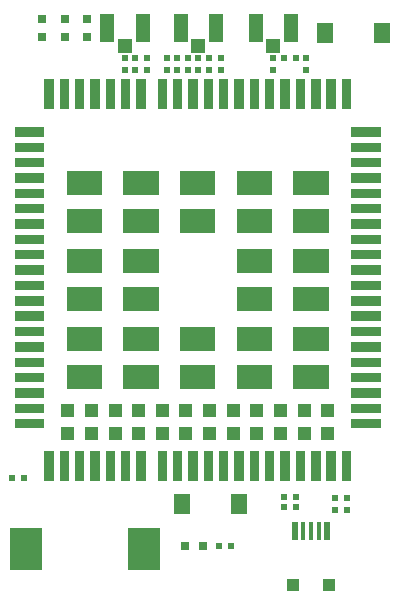
<source format=gbr>
G04 #@! TF.GenerationSoftware,KiCad,Pcbnew,5.1.5-52549c5~84~ubuntu18.04.1*
G04 #@! TF.CreationDate,2020-02-06T13:36:22+02:00*
G04 #@! TF.ProjectId,USB-gLINK_Rev_C,5553422d-674c-4494-9e4b-5f5265765f43,C*
G04 #@! TF.SameCoordinates,Original*
G04 #@! TF.FileFunction,Paste,Top*
G04 #@! TF.FilePolarity,Positive*
%FSLAX46Y46*%
G04 Gerber Fmt 4.6, Leading zero omitted, Abs format (unit mm)*
G04 Created by KiCad (PCBNEW 5.1.5-52549c5~84~ubuntu18.04.1) date 2020-02-06 13:36:22*
%MOMM*%
%LPD*%
G04 APERTURE LIST*
%ADD10R,0.550000X0.500000*%
%ADD11C,0.100000*%
%ADD12R,2.700000X3.600000*%
%ADD13R,0.800000X0.800000*%
%ADD14R,0.500000X0.550000*%
%ADD15R,1.327000X1.754000*%
%ADD16R,1.202400X2.352400*%
%ADD17R,1.202400X1.202400*%
%ADD18R,1.100000X1.000000*%
%ADD19R,0.500000X1.650000*%
%ADD20R,0.325000X1.650000*%
G04 APERTURE END LIST*
D10*
X140843000Y-55880000D03*
X140843000Y-54864000D03*
X141732000Y-54864000D03*
X141732000Y-55880000D03*
X142621000Y-54864000D03*
X142621000Y-55880000D03*
D11*
G36*
X141946500Y-67660000D02*
G01*
X144946500Y-67660000D01*
X144946500Y-69660000D01*
X141946500Y-69660000D01*
X141946500Y-67660000D01*
G37*
G36*
X141946500Y-64460000D02*
G01*
X144946500Y-64460000D01*
X144946500Y-66460000D01*
X141946500Y-66460000D01*
X141946500Y-64460000D01*
G37*
G36*
X137146500Y-64460000D02*
G01*
X140146500Y-64460000D01*
X140146500Y-66460000D01*
X137146500Y-66460000D01*
X137146500Y-64460000D01*
G37*
G36*
X151546500Y-67660000D02*
G01*
X154546500Y-67660000D01*
X154546500Y-69660000D01*
X151546500Y-69660000D01*
X151546500Y-67660000D01*
G37*
G36*
X146746500Y-67660000D02*
G01*
X149746500Y-67660000D01*
X149746500Y-69660000D01*
X146746500Y-69660000D01*
X146746500Y-67660000D01*
G37*
G36*
X151546500Y-64460000D02*
G01*
X154546500Y-64460000D01*
X154546500Y-66460000D01*
X151546500Y-66460000D01*
X151546500Y-64460000D01*
G37*
G36*
X137146500Y-67660000D02*
G01*
X140146500Y-67660000D01*
X140146500Y-69660000D01*
X137146500Y-69660000D01*
X137146500Y-67660000D01*
G37*
G36*
X146746500Y-64460000D02*
G01*
X149746500Y-64460000D01*
X149746500Y-66460000D01*
X146746500Y-66460000D01*
X146746500Y-64460000D01*
G37*
G36*
X132346500Y-64460000D02*
G01*
X135346500Y-64460000D01*
X135346500Y-66460000D01*
X132346500Y-66460000D01*
X132346500Y-64460000D01*
G37*
G36*
X132346500Y-67660000D02*
G01*
X135346500Y-67660000D01*
X135346500Y-69660000D01*
X132346500Y-69660000D01*
X132346500Y-67660000D01*
G37*
G36*
X146746500Y-74260000D02*
G01*
X149746500Y-74260000D01*
X149746500Y-76260000D01*
X146746500Y-76260000D01*
X146746500Y-74260000D01*
G37*
G36*
X146746500Y-71060000D02*
G01*
X149746500Y-71060000D01*
X149746500Y-73060000D01*
X146746500Y-73060000D01*
X146746500Y-71060000D01*
G37*
G36*
X137146500Y-71060000D02*
G01*
X140146500Y-71060000D01*
X140146500Y-73060000D01*
X137146500Y-73060000D01*
X137146500Y-71060000D01*
G37*
G36*
X151546500Y-74260000D02*
G01*
X154546500Y-74260000D01*
X154546500Y-76260000D01*
X151546500Y-76260000D01*
X151546500Y-74260000D01*
G37*
G36*
X151546500Y-71060000D02*
G01*
X154546500Y-71060000D01*
X154546500Y-73060000D01*
X151546500Y-73060000D01*
X151546500Y-71060000D01*
G37*
G36*
X137146500Y-74260000D02*
G01*
X140146500Y-74260000D01*
X140146500Y-76260000D01*
X137146500Y-76260000D01*
X137146500Y-74260000D01*
G37*
G36*
X132346500Y-71060000D02*
G01*
X135346500Y-71060000D01*
X135346500Y-73060000D01*
X132346500Y-73060000D01*
X132346500Y-71060000D01*
G37*
G36*
X132346500Y-74260000D02*
G01*
X135346500Y-74260000D01*
X135346500Y-76260000D01*
X132346500Y-76260000D01*
X132346500Y-74260000D01*
G37*
G36*
X141946500Y-77660000D02*
G01*
X144946500Y-77660000D01*
X144946500Y-79660000D01*
X141946500Y-79660000D01*
X141946500Y-77660000D01*
G37*
G36*
X146746500Y-77660000D02*
G01*
X149746500Y-77660000D01*
X149746500Y-79660000D01*
X146746500Y-79660000D01*
X146746500Y-77660000D01*
G37*
G36*
X151546500Y-77660000D02*
G01*
X154546500Y-77660000D01*
X154546500Y-79660000D01*
X151546500Y-79660000D01*
X151546500Y-77660000D01*
G37*
G36*
X137146500Y-77660000D02*
G01*
X140146500Y-77660000D01*
X140146500Y-79660000D01*
X137146500Y-79660000D01*
X137146500Y-77660000D01*
G37*
G36*
X132346500Y-77660000D02*
G01*
X135346500Y-77660000D01*
X135346500Y-79660000D01*
X132346500Y-79660000D01*
X132346500Y-77660000D01*
G37*
G36*
X151546500Y-80860000D02*
G01*
X154546500Y-80860000D01*
X154546500Y-82860000D01*
X151546500Y-82860000D01*
X151546500Y-80860000D01*
G37*
G36*
X146746500Y-80860000D02*
G01*
X149746500Y-80860000D01*
X149746500Y-82860000D01*
X146746500Y-82860000D01*
X146746500Y-80860000D01*
G37*
G36*
X141946500Y-80860000D02*
G01*
X144946500Y-80860000D01*
X144946500Y-82860000D01*
X141946500Y-82860000D01*
X141946500Y-80860000D01*
G37*
G36*
X137146500Y-80860000D02*
G01*
X140146500Y-80860000D01*
X140146500Y-82860000D01*
X137146500Y-82860000D01*
X137146500Y-80860000D01*
G37*
G36*
X132346500Y-80860000D02*
G01*
X135346500Y-80860000D01*
X135346500Y-82860000D01*
X132346500Y-82860000D01*
X132346500Y-80860000D01*
G37*
G36*
X143896500Y-84110000D02*
G01*
X144996500Y-84110000D01*
X144996500Y-85210000D01*
X143896500Y-85210000D01*
X143896500Y-84110000D01*
G37*
G36*
X149896500Y-86110000D02*
G01*
X150996500Y-86110000D01*
X150996500Y-87210000D01*
X149896500Y-87210000D01*
X149896500Y-86110000D01*
G37*
G36*
X145896500Y-84110000D02*
G01*
X146996500Y-84110000D01*
X146996500Y-85210000D01*
X145896500Y-85210000D01*
X145896500Y-84110000D01*
G37*
G36*
X151896500Y-84110000D02*
G01*
X152996500Y-84110000D01*
X152996500Y-85210000D01*
X151896500Y-85210000D01*
X151896500Y-84110000D01*
G37*
G36*
X149896500Y-84110000D02*
G01*
X150996500Y-84110000D01*
X150996500Y-85210000D01*
X149896500Y-85210000D01*
X149896500Y-84110000D01*
G37*
G36*
X143896500Y-86110000D02*
G01*
X144996500Y-86110000D01*
X144996500Y-87210000D01*
X143896500Y-87210000D01*
X143896500Y-86110000D01*
G37*
G36*
X147896500Y-84110000D02*
G01*
X148996500Y-84110000D01*
X148996500Y-85210000D01*
X147896500Y-85210000D01*
X147896500Y-84110000D01*
G37*
G36*
X147896500Y-86110000D02*
G01*
X148996500Y-86110000D01*
X148996500Y-87210000D01*
X147896500Y-87210000D01*
X147896500Y-86110000D01*
G37*
G36*
X153896500Y-84110000D02*
G01*
X154996500Y-84110000D01*
X154996500Y-85210000D01*
X153896500Y-85210000D01*
X153896500Y-84110000D01*
G37*
G36*
X153896500Y-86110000D02*
G01*
X154996500Y-86110000D01*
X154996500Y-87210000D01*
X153896500Y-87210000D01*
X153896500Y-86110000D01*
G37*
G36*
X145896500Y-86110000D02*
G01*
X146996500Y-86110000D01*
X146996500Y-87210000D01*
X145896500Y-87210000D01*
X145896500Y-86110000D01*
G37*
G36*
X151896500Y-86110000D02*
G01*
X152996500Y-86110000D01*
X152996500Y-87210000D01*
X151896500Y-87210000D01*
X151896500Y-86110000D01*
G37*
G36*
X141896500Y-84110000D02*
G01*
X142996500Y-84110000D01*
X142996500Y-85210000D01*
X141896500Y-85210000D01*
X141896500Y-84110000D01*
G37*
G36*
X141896500Y-86110000D02*
G01*
X142996500Y-86110000D01*
X142996500Y-87210000D01*
X141896500Y-87210000D01*
X141896500Y-86110000D01*
G37*
G36*
X139896500Y-86110000D02*
G01*
X140996500Y-86110000D01*
X140996500Y-87210000D01*
X139896500Y-87210000D01*
X139896500Y-86110000D01*
G37*
G36*
X139896500Y-84110000D02*
G01*
X140996500Y-84110000D01*
X140996500Y-85210000D01*
X139896500Y-85210000D01*
X139896500Y-84110000D01*
G37*
G36*
X137896500Y-84110000D02*
G01*
X138996500Y-84110000D01*
X138996500Y-85210000D01*
X137896500Y-85210000D01*
X137896500Y-84110000D01*
G37*
G36*
X137896500Y-86110000D02*
G01*
X138996500Y-86110000D01*
X138996500Y-87210000D01*
X137896500Y-87210000D01*
X137896500Y-86110000D01*
G37*
G36*
X135896500Y-84110000D02*
G01*
X136996500Y-84110000D01*
X136996500Y-85210000D01*
X135896500Y-85210000D01*
X135896500Y-84110000D01*
G37*
G36*
X135896500Y-86110000D02*
G01*
X136996500Y-86110000D01*
X136996500Y-87210000D01*
X135896500Y-87210000D01*
X135896500Y-86110000D01*
G37*
G36*
X133896500Y-84110000D02*
G01*
X134996500Y-84110000D01*
X134996500Y-85210000D01*
X133896500Y-85210000D01*
X133896500Y-84110000D01*
G37*
G36*
X133896500Y-86110000D02*
G01*
X134996500Y-86110000D01*
X134996500Y-87210000D01*
X133896500Y-87210000D01*
X133896500Y-86110000D01*
G37*
G36*
X131896500Y-84110000D02*
G01*
X132996500Y-84110000D01*
X132996500Y-85210000D01*
X131896500Y-85210000D01*
X131896500Y-84110000D01*
G37*
G36*
X131896500Y-86110000D02*
G01*
X132996500Y-86110000D01*
X132996500Y-87210000D01*
X131896500Y-87210000D01*
X131896500Y-86110000D01*
G37*
G36*
X127946500Y-70610000D02*
G01*
X127946500Y-69810000D01*
X130446500Y-69810000D01*
X130446500Y-70610000D01*
X127946500Y-70610000D01*
G37*
G36*
X127946500Y-68010000D02*
G01*
X127946500Y-67210000D01*
X130446500Y-67210000D01*
X130446500Y-68010000D01*
X127946500Y-68010000D01*
G37*
G36*
X127946500Y-81010000D02*
G01*
X127946500Y-80210000D01*
X130446500Y-80210000D01*
X130446500Y-81010000D01*
X127946500Y-81010000D01*
G37*
G36*
X127946500Y-78410000D02*
G01*
X127946500Y-77610000D01*
X130446500Y-77610000D01*
X130446500Y-78410000D01*
X127946500Y-78410000D01*
G37*
G36*
X127946500Y-71910000D02*
G01*
X127946500Y-71110000D01*
X130446500Y-71110000D01*
X130446500Y-71910000D01*
X127946500Y-71910000D01*
G37*
G36*
X127946500Y-74510000D02*
G01*
X127946500Y-73710000D01*
X130446500Y-73710000D01*
X130446500Y-74510000D01*
X127946500Y-74510000D01*
G37*
G36*
X127946500Y-75810000D02*
G01*
X127946500Y-75010000D01*
X130446500Y-75010000D01*
X130446500Y-75810000D01*
X127946500Y-75810000D01*
G37*
G36*
X127946500Y-66710000D02*
G01*
X127946500Y-65910000D01*
X130446500Y-65910000D01*
X130446500Y-66710000D01*
X127946500Y-66710000D01*
G37*
G36*
X127946500Y-77110000D02*
G01*
X127946500Y-76310000D01*
X130446500Y-76310000D01*
X130446500Y-77110000D01*
X127946500Y-77110000D01*
G37*
G36*
X127946500Y-84910000D02*
G01*
X127946500Y-84110000D01*
X130446500Y-84110000D01*
X130446500Y-84910000D01*
X127946500Y-84910000D01*
G37*
G36*
X127946500Y-69310000D02*
G01*
X127946500Y-68510000D01*
X130446500Y-68510000D01*
X130446500Y-69310000D01*
X127946500Y-69310000D01*
G37*
G36*
X127946500Y-64110000D02*
G01*
X127946500Y-63310000D01*
X130446500Y-63310000D01*
X130446500Y-64110000D01*
X127946500Y-64110000D01*
G37*
G36*
X127946500Y-83610000D02*
G01*
X127946500Y-82810000D01*
X130446500Y-82810000D01*
X130446500Y-83610000D01*
X127946500Y-83610000D01*
G37*
G36*
X127946500Y-61510000D02*
G01*
X127946500Y-60710000D01*
X130446500Y-60710000D01*
X130446500Y-61510000D01*
X127946500Y-61510000D01*
G37*
G36*
X127946500Y-82310000D02*
G01*
X127946500Y-81510000D01*
X130446500Y-81510000D01*
X130446500Y-82310000D01*
X127946500Y-82310000D01*
G37*
G36*
X127946500Y-73210000D02*
G01*
X127946500Y-72410000D01*
X130446500Y-72410000D01*
X130446500Y-73210000D01*
X127946500Y-73210000D01*
G37*
G36*
X127946500Y-86210000D02*
G01*
X127946500Y-85410000D01*
X130446500Y-85410000D01*
X130446500Y-86210000D01*
X127946500Y-86210000D01*
G37*
G36*
X127946500Y-79710000D02*
G01*
X127946500Y-78910000D01*
X130446500Y-78910000D01*
X130446500Y-79710000D01*
X127946500Y-79710000D01*
G37*
G36*
X127946500Y-62810000D02*
G01*
X127946500Y-62010000D01*
X130446500Y-62010000D01*
X130446500Y-62810000D01*
X127946500Y-62810000D01*
G37*
G36*
X127946500Y-65410000D02*
G01*
X127946500Y-64610000D01*
X130446500Y-64610000D01*
X130446500Y-65410000D01*
X127946500Y-65410000D01*
G37*
G36*
X156446500Y-68010000D02*
G01*
X156446500Y-67210000D01*
X158946500Y-67210000D01*
X158946500Y-68010000D01*
X156446500Y-68010000D01*
G37*
G36*
X156446500Y-65410000D02*
G01*
X156446500Y-64610000D01*
X158946500Y-64610000D01*
X158946500Y-65410000D01*
X156446500Y-65410000D01*
G37*
G36*
X156446500Y-61510000D02*
G01*
X156446500Y-60710000D01*
X158946500Y-60710000D01*
X158946500Y-61510000D01*
X156446500Y-61510000D01*
G37*
G36*
X156446500Y-62810000D02*
G01*
X156446500Y-62010000D01*
X158946500Y-62010000D01*
X158946500Y-62810000D01*
X156446500Y-62810000D01*
G37*
G36*
X156446500Y-64110000D02*
G01*
X156446500Y-63310000D01*
X158946500Y-63310000D01*
X158946500Y-64110000D01*
X156446500Y-64110000D01*
G37*
G36*
X156446500Y-71910000D02*
G01*
X156446500Y-71110000D01*
X158946500Y-71110000D01*
X158946500Y-71910000D01*
X156446500Y-71910000D01*
G37*
G36*
X156446500Y-70610000D02*
G01*
X156446500Y-69810000D01*
X158946500Y-69810000D01*
X158946500Y-70610000D01*
X156446500Y-70610000D01*
G37*
G36*
X156446500Y-69310000D02*
G01*
X156446500Y-68510000D01*
X158946500Y-68510000D01*
X158946500Y-69310000D01*
X156446500Y-69310000D01*
G37*
G36*
X156446500Y-73210000D02*
G01*
X156446500Y-72410000D01*
X158946500Y-72410000D01*
X158946500Y-73210000D01*
X156446500Y-73210000D01*
G37*
G36*
X156446500Y-66710000D02*
G01*
X156446500Y-65910000D01*
X158946500Y-65910000D01*
X158946500Y-66710000D01*
X156446500Y-66710000D01*
G37*
G36*
X156446500Y-74510000D02*
G01*
X156446500Y-73710000D01*
X158946500Y-73710000D01*
X158946500Y-74510000D01*
X156446500Y-74510000D01*
G37*
G36*
X156446500Y-75810000D02*
G01*
X156446500Y-75010000D01*
X158946500Y-75010000D01*
X158946500Y-75810000D01*
X156446500Y-75810000D01*
G37*
G36*
X156446500Y-77110000D02*
G01*
X156446500Y-76310000D01*
X158946500Y-76310000D01*
X158946500Y-77110000D01*
X156446500Y-77110000D01*
G37*
G36*
X156446500Y-78410000D02*
G01*
X156446500Y-77610000D01*
X158946500Y-77610000D01*
X158946500Y-78410000D01*
X156446500Y-78410000D01*
G37*
G36*
X156446500Y-79710000D02*
G01*
X156446500Y-78910000D01*
X158946500Y-78910000D01*
X158946500Y-79710000D01*
X156446500Y-79710000D01*
G37*
G36*
X156446500Y-81010000D02*
G01*
X156446500Y-80210000D01*
X158946500Y-80210000D01*
X158946500Y-81010000D01*
X156446500Y-81010000D01*
G37*
G36*
X156446500Y-82310000D02*
G01*
X156446500Y-81510000D01*
X158946500Y-81510000D01*
X158946500Y-82310000D01*
X156446500Y-82310000D01*
G37*
G36*
X156446500Y-83610000D02*
G01*
X156446500Y-82810000D01*
X158946500Y-82810000D01*
X158946500Y-83610000D01*
X156446500Y-83610000D01*
G37*
G36*
X156446500Y-84910000D02*
G01*
X156446500Y-84110000D01*
X158946500Y-84110000D01*
X158946500Y-84910000D01*
X156446500Y-84910000D01*
G37*
G36*
X156446500Y-86210000D02*
G01*
X156446500Y-85410000D01*
X158946500Y-85410000D01*
X158946500Y-86210000D01*
X156446500Y-86210000D01*
G37*
G36*
X135646500Y-56660000D02*
G01*
X136446500Y-56660000D01*
X136446500Y-59160000D01*
X135646500Y-59160000D01*
X135646500Y-56660000D01*
G37*
G36*
X140046500Y-56660000D02*
G01*
X140846500Y-56660000D01*
X140846500Y-59160000D01*
X140046500Y-59160000D01*
X140046500Y-56660000D01*
G37*
G36*
X141346500Y-56660000D02*
G01*
X142146500Y-56660000D01*
X142146500Y-59160000D01*
X141346500Y-59160000D01*
X141346500Y-56660000D01*
G37*
G36*
X133046500Y-56660000D02*
G01*
X133846500Y-56660000D01*
X133846500Y-59160000D01*
X133046500Y-59160000D01*
X133046500Y-56660000D01*
G37*
G36*
X150446500Y-56660000D02*
G01*
X151246500Y-56660000D01*
X151246500Y-59160000D01*
X150446500Y-59160000D01*
X150446500Y-56660000D01*
G37*
G36*
X147846500Y-56660000D02*
G01*
X148646500Y-56660000D01*
X148646500Y-59160000D01*
X147846500Y-59160000D01*
X147846500Y-56660000D01*
G37*
G36*
X142646500Y-56660000D02*
G01*
X143446500Y-56660000D01*
X143446500Y-59160000D01*
X142646500Y-59160000D01*
X142646500Y-56660000D01*
G37*
G36*
X143946500Y-56660000D02*
G01*
X144746500Y-56660000D01*
X144746500Y-59160000D01*
X143946500Y-59160000D01*
X143946500Y-56660000D01*
G37*
G36*
X136946500Y-56660000D02*
G01*
X137746500Y-56660000D01*
X137746500Y-59160000D01*
X136946500Y-59160000D01*
X136946500Y-56660000D01*
G37*
G36*
X134346500Y-56660000D02*
G01*
X135146500Y-56660000D01*
X135146500Y-59160000D01*
X134346500Y-59160000D01*
X134346500Y-56660000D01*
G37*
G36*
X154346500Y-56660000D02*
G01*
X155146500Y-56660000D01*
X155146500Y-59160000D01*
X154346500Y-59160000D01*
X154346500Y-56660000D01*
G37*
G36*
X155646500Y-56660000D02*
G01*
X156446500Y-56660000D01*
X156446500Y-59160000D01*
X155646500Y-59160000D01*
X155646500Y-56660000D01*
G37*
G36*
X130446500Y-56660000D02*
G01*
X131246500Y-56660000D01*
X131246500Y-59160000D01*
X130446500Y-59160000D01*
X130446500Y-56660000D01*
G37*
G36*
X145246500Y-56660000D02*
G01*
X146046500Y-56660000D01*
X146046500Y-59160000D01*
X145246500Y-59160000D01*
X145246500Y-56660000D01*
G37*
G36*
X131746500Y-56660000D02*
G01*
X132546500Y-56660000D01*
X132546500Y-59160000D01*
X131746500Y-59160000D01*
X131746500Y-56660000D01*
G37*
G36*
X149146500Y-56660000D02*
G01*
X149946500Y-56660000D01*
X149946500Y-59160000D01*
X149146500Y-59160000D01*
X149146500Y-56660000D01*
G37*
G36*
X138246500Y-56660000D02*
G01*
X139046500Y-56660000D01*
X139046500Y-59160000D01*
X138246500Y-59160000D01*
X138246500Y-56660000D01*
G37*
G36*
X151746500Y-56660000D02*
G01*
X152546500Y-56660000D01*
X152546500Y-59160000D01*
X151746500Y-59160000D01*
X151746500Y-56660000D01*
G37*
G36*
X146546500Y-56660000D02*
G01*
X147346500Y-56660000D01*
X147346500Y-59160000D01*
X146546500Y-59160000D01*
X146546500Y-56660000D01*
G37*
G36*
X153046500Y-56660000D02*
G01*
X153846500Y-56660000D01*
X153846500Y-59160000D01*
X153046500Y-59160000D01*
X153046500Y-56660000D01*
G37*
G36*
X155646500Y-88160000D02*
G01*
X156446500Y-88160000D01*
X156446500Y-90660000D01*
X155646500Y-90660000D01*
X155646500Y-88160000D01*
G37*
G36*
X154346500Y-88160000D02*
G01*
X155146500Y-88160000D01*
X155146500Y-90660000D01*
X154346500Y-90660000D01*
X154346500Y-88160000D01*
G37*
G36*
X153046500Y-88160000D02*
G01*
X153846500Y-88160000D01*
X153846500Y-90660000D01*
X153046500Y-90660000D01*
X153046500Y-88160000D01*
G37*
G36*
X151746500Y-88160000D02*
G01*
X152546500Y-88160000D01*
X152546500Y-90660000D01*
X151746500Y-90660000D01*
X151746500Y-88160000D01*
G37*
G36*
X150446500Y-88160000D02*
G01*
X151246500Y-88160000D01*
X151246500Y-90660000D01*
X150446500Y-90660000D01*
X150446500Y-88160000D01*
G37*
G36*
X149146500Y-88160000D02*
G01*
X149946500Y-88160000D01*
X149946500Y-90660000D01*
X149146500Y-90660000D01*
X149146500Y-88160000D01*
G37*
G36*
X147846500Y-88160000D02*
G01*
X148646500Y-88160000D01*
X148646500Y-90660000D01*
X147846500Y-90660000D01*
X147846500Y-88160000D01*
G37*
G36*
X146546500Y-88160000D02*
G01*
X147346500Y-88160000D01*
X147346500Y-90660000D01*
X146546500Y-90660000D01*
X146546500Y-88160000D01*
G37*
G36*
X145246500Y-88160000D02*
G01*
X146046500Y-88160000D01*
X146046500Y-90660000D01*
X145246500Y-90660000D01*
X145246500Y-88160000D01*
G37*
G36*
X143946500Y-88160000D02*
G01*
X144746500Y-88160000D01*
X144746500Y-90660000D01*
X143946500Y-90660000D01*
X143946500Y-88160000D01*
G37*
G36*
X142646500Y-88160000D02*
G01*
X143446500Y-88160000D01*
X143446500Y-90660000D01*
X142646500Y-90660000D01*
X142646500Y-88160000D01*
G37*
G36*
X141346500Y-88160000D02*
G01*
X142146500Y-88160000D01*
X142146500Y-90660000D01*
X141346500Y-90660000D01*
X141346500Y-88160000D01*
G37*
G36*
X140046500Y-88160000D02*
G01*
X140846500Y-88160000D01*
X140846500Y-90660000D01*
X140046500Y-90660000D01*
X140046500Y-88160000D01*
G37*
G36*
X138246500Y-88160000D02*
G01*
X139046500Y-88160000D01*
X139046500Y-90660000D01*
X138246500Y-90660000D01*
X138246500Y-88160000D01*
G37*
G36*
X136946500Y-88160000D02*
G01*
X137746500Y-88160000D01*
X137746500Y-90660000D01*
X136946500Y-90660000D01*
X136946500Y-88160000D01*
G37*
G36*
X135646500Y-88160000D02*
G01*
X136446500Y-88160000D01*
X136446500Y-90660000D01*
X135646500Y-90660000D01*
X135646500Y-88160000D01*
G37*
G36*
X134346500Y-88160000D02*
G01*
X135146500Y-88160000D01*
X135146500Y-90660000D01*
X134346500Y-90660000D01*
X134346500Y-88160000D01*
G37*
G36*
X133046500Y-88160000D02*
G01*
X133846500Y-88160000D01*
X133846500Y-90660000D01*
X133046500Y-90660000D01*
X133046500Y-88160000D01*
G37*
G36*
X131746500Y-88160000D02*
G01*
X132546500Y-88160000D01*
X132546500Y-90660000D01*
X131746500Y-90660000D01*
X131746500Y-88160000D01*
G37*
G36*
X130446500Y-88160000D02*
G01*
X131246500Y-88160000D01*
X131246500Y-90660000D01*
X130446500Y-90660000D01*
X130446500Y-88160000D01*
G37*
D12*
X138905000Y-96393000D03*
X128905000Y-96393000D03*
D13*
X130302000Y-53100899D03*
X130302000Y-51576899D03*
D14*
X155067000Y-92075000D03*
X156083000Y-92075000D03*
X138176000Y-55880000D03*
X139192000Y-55880000D03*
X138176000Y-54864000D03*
X139192000Y-54864000D03*
X144399000Y-55880000D03*
X145415000Y-55880000D03*
X144399000Y-54864000D03*
X145415000Y-54864000D03*
D13*
X143891000Y-96139000D03*
X142367000Y-96139000D03*
D15*
X154264501Y-52705000D03*
X159044501Y-52705000D03*
X142136000Y-92583000D03*
X146916000Y-92583000D03*
D14*
X146304000Y-96139000D03*
X145288000Y-96139000D03*
X155067000Y-93091000D03*
X156083000Y-93091000D03*
X151765000Y-92888500D03*
X150749000Y-92888500D03*
X151765000Y-92011500D03*
X150749000Y-92011500D03*
D10*
X137287000Y-55880000D03*
X137287000Y-54864000D03*
D16*
X142010000Y-52324000D03*
X145010000Y-52324000D03*
D17*
X143510000Y-53824000D03*
X137287000Y-53824000D03*
D16*
X138787000Y-52324000D03*
X135787000Y-52324000D03*
D13*
X132207000Y-51576899D03*
X132207000Y-53100899D03*
X134112000Y-51576899D03*
X134112000Y-53100899D03*
D18*
X154535000Y-99444000D03*
X151535000Y-99444000D03*
D19*
X154422500Y-94894000D03*
D20*
X153685000Y-94894000D03*
X153035000Y-94894000D03*
X152385000Y-94894000D03*
D19*
X151647500Y-94894000D03*
D16*
X148360000Y-52324000D03*
X151360000Y-52324000D03*
D17*
X149860000Y-53824000D03*
D10*
X152654000Y-54864000D03*
X152654000Y-55880000D03*
X149860000Y-55880000D03*
X149860000Y-54864000D03*
D14*
X150749000Y-54864000D03*
X151765000Y-54864000D03*
D10*
X143510000Y-55880000D03*
X143510000Y-54864000D03*
D14*
X127762000Y-90424000D03*
X128778000Y-90424000D03*
M02*

</source>
